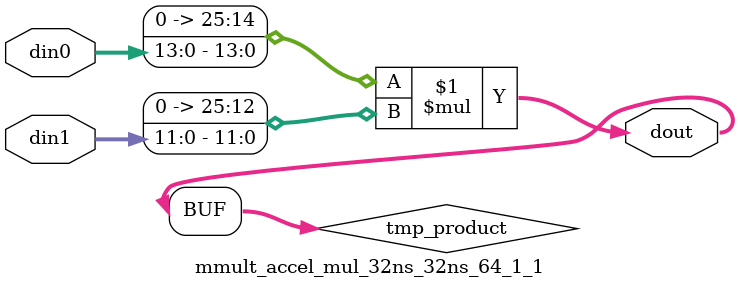
<source format=v>

`timescale 1 ns / 1 ps

 module mmult_accel_mul_32ns_32ns_64_1_1(din0, din1, dout);
parameter ID = 1;
parameter NUM_STAGE = 0;
parameter din0_WIDTH = 14;
parameter din1_WIDTH = 12;
parameter dout_WIDTH = 26;

input [din0_WIDTH - 1 : 0] din0; 
input [din1_WIDTH - 1 : 0] din1; 
output [dout_WIDTH - 1 : 0] dout;

wire signed [dout_WIDTH - 1 : 0] tmp_product;
























assign tmp_product = $signed({1'b0, din0}) * $signed({1'b0, din1});











assign dout = tmp_product;





















endmodule

</source>
